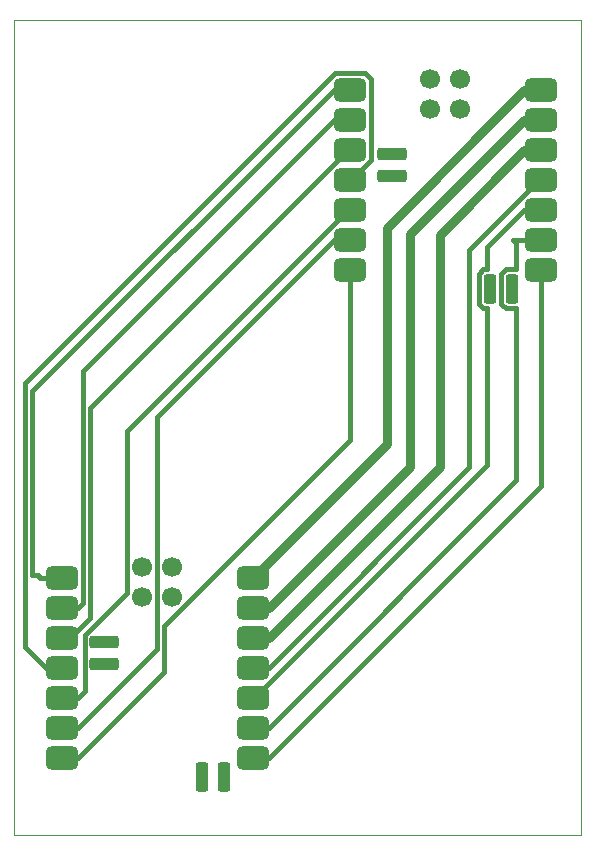
<source format=gbr>
%TF.GenerationSoftware,KiCad,Pcbnew,9.0.2*%
%TF.CreationDate,2025-07-01T00:08:40-05:00*%
%TF.ProjectId,MagMesh,4d61674d-6573-4682-9e6b-696361645f70,rev?*%
%TF.SameCoordinates,Original*%
%TF.FileFunction,Copper,L1,Top*%
%TF.FilePolarity,Positive*%
%FSLAX46Y46*%
G04 Gerber Fmt 4.6, Leading zero omitted, Abs format (unit mm)*
G04 Created by KiCad (PCBNEW 9.0.2) date 2025-07-01 00:08:40*
%MOMM*%
%LPD*%
G01*
G04 APERTURE LIST*
G04 Aperture macros list*
%AMRoundRect*
0 Rectangle with rounded corners*
0 $1 Rounding radius*
0 $2 $3 $4 $5 $6 $7 $8 $9 X,Y pos of 4 corners*
0 Add a 4 corners polygon primitive as box body*
4,1,4,$2,$3,$4,$5,$6,$7,$8,$9,$2,$3,0*
0 Add four circle primitives for the rounded corners*
1,1,$1+$1,$2,$3*
1,1,$1+$1,$4,$5*
1,1,$1+$1,$6,$7*
1,1,$1+$1,$8,$9*
0 Add four rect primitives between the rounded corners*
20,1,$1+$1,$2,$3,$4,$5,0*
20,1,$1+$1,$4,$5,$6,$7,0*
20,1,$1+$1,$6,$7,$8,$9,0*
20,1,$1+$1,$8,$9,$2,$3,0*%
G04 Aperture macros list end*
%TA.AperFunction,SMDPad,CuDef*%
%ADD10RoundRect,0.500000X-0.875000X-0.500000X0.875000X-0.500000X0.875000X0.500000X-0.875000X0.500000X0*%
%TD*%
%TA.AperFunction,SMDPad,CuDef*%
%ADD11RoundRect,0.275000X0.975000X0.275000X-0.975000X0.275000X-0.975000X-0.275000X0.975000X-0.275000X0*%
%TD*%
%TA.AperFunction,SMDPad,CuDef*%
%ADD12RoundRect,0.275000X-0.275000X0.975000X-0.275000X-0.975000X0.275000X-0.975000X0.275000X0.975000X0*%
%TD*%
%TA.AperFunction,SMDPad,CuDef*%
%ADD13C,1.700000*%
%TD*%
%TA.AperFunction,Conductor*%
%ADD14C,0.400000*%
%TD*%
%TA.AperFunction,Conductor*%
%ADD15C,0.800000*%
%TD*%
%TA.AperFunction,Profile*%
%ADD16C,0.050000*%
%TD*%
G04 APERTURE END LIST*
D10*
%TO.P,U1,1,P0.02_AIN0_LOW_A0_D0*%
%TO.N,/D0*%
X182890000Y-73880000D03*
%TO.P,U1,2,P0.03_AIN1_LOW_A1_D1*%
%TO.N,/DIO1*%
X182890000Y-76420000D03*
%TO.P,U1,3,P0.28_AIN4_LOW_A2_D2*%
%TO.N,/RST*%
X182890000Y-78960000D03*
%TO.P,U1,4,P0.29_AIN5_LOW_A3_D3*%
%TO.N,/BUSY*%
X182890000Y-81500000D03*
%TO.P,U1,5,P0.04_AIN2_A4_D4*%
%TO.N,/NSS*%
X182890000Y-84040000D03*
%TO.P,U1,6,P0.05_AIN3_A5_D5*%
%TO.N,/RF_SW*%
X182890000Y-86580000D03*
%TO.P,U1,7,P1.11_TX_D6*%
%TO.N,/TX*%
X182890000Y-89120000D03*
%TO.P,U1,8,P1.12_RX_D7*%
%TO.N,/RX*%
X199055000Y-89120000D03*
%TO.P,U1,9,P1.13_SCK_D8*%
%TO.N,/SPI_SCK_LINE*%
X199055000Y-86580000D03*
%TO.P,U1,10,P1.14_MISO_D9*%
%TO.N,/SPI_MISO_LINE*%
X199055000Y-84040000D03*
%TO.P,U1,11,P1.15_MOSI_D10*%
%TO.N,/SPI_MOSI_LINE*%
X199055000Y-81500000D03*
%TO.P,U1,12,3V3*%
%TO.N,+3V3*%
X199055000Y-78960000D03*
%TO.P,U1,13,GND*%
%TO.N,GND*%
X199055000Y-76420000D03*
%TO.P,U1,14,VBUS*%
%TO.N,+5V*%
X199055000Y-73880000D03*
D11*
%TO.P,U1,15*%
%TO.N,N/C*%
X186500000Y-81186500D03*
%TO.P,U1,16*%
X186500000Y-79281500D03*
D12*
%TO.P,U1,17*%
X194755000Y-90736900D03*
%TO.P,U1,18*%
X196660000Y-90736900D03*
D13*
%TO.P,U1,19*%
X189675000Y-72931500D03*
%TO.P,U1,20*%
X192215000Y-72931500D03*
%TO.P,U1,21*%
X189675000Y-75471500D03*
%TO.P,U1,22*%
X192215000Y-75471500D03*
%TD*%
%TO.P,U2,22*%
%TO.N,N/C*%
X167829500Y-116783300D03*
%TO.P,U2,21*%
X165289500Y-116783300D03*
%TO.P,U2,20*%
X167829500Y-114243300D03*
%TO.P,U2,19*%
X165289500Y-114243300D03*
D12*
%TO.P,U2,18*%
X172274500Y-132048700D03*
%TO.P,U2,17*%
X170369500Y-132048700D03*
D11*
%TO.P,U2,16*%
X162114500Y-120593300D03*
%TO.P,U2,15*%
X162114500Y-122498300D03*
D10*
%TO.P,U2,14,VBUS*%
%TO.N,+5V*%
X174669500Y-115191800D03*
%TO.P,U2,13,GND*%
%TO.N,GND*%
X174669500Y-117731800D03*
%TO.P,U2,12,3V3*%
%TO.N,+3V3*%
X174669500Y-120271800D03*
%TO.P,U2,11,P1.15_MOSI_D10*%
%TO.N,/SPI_MOSI_LINE*%
X174669500Y-122811800D03*
%TO.P,U2,10,P1.14_MISO_D9*%
%TO.N,/SPI_MISO_LINE*%
X174669500Y-125351800D03*
%TO.P,U2,9,P1.13_SCK_D8*%
%TO.N,/SPI_SCK_LINE*%
X174669500Y-127891800D03*
%TO.P,U2,8,P1.12_RX_D7*%
%TO.N,/RX*%
X174669500Y-130431800D03*
%TO.P,U2,7,P1.11_TX_D6*%
%TO.N,/TX*%
X158504500Y-130431800D03*
%TO.P,U2,6,P0.05_AIN3_A5_D5*%
%TO.N,/RF_SW*%
X158504500Y-127891800D03*
%TO.P,U2,5,P0.04_AIN2_A4_D4*%
%TO.N,/NSS*%
X158504500Y-125351800D03*
%TO.P,U2,4,P0.29_AIN5_LOW_A3_D3*%
%TO.N,/BUSY*%
X158504500Y-122811800D03*
%TO.P,U2,3,P0.28_AIN4_LOW_A2_D2*%
%TO.N,/RST*%
X158504500Y-120271800D03*
%TO.P,U2,2,P0.03_AIN1_LOW_A1_D1*%
%TO.N,/DIO1*%
X158504500Y-117731800D03*
%TO.P,U2,1,P0.02_AIN0_LOW_A0_D0*%
%TO.N,/D0*%
X158504500Y-115191800D03*
%TD*%
D14*
%TO.N,/BUSY*%
X157129500Y-122811800D02*
X158504500Y-122811800D01*
X155399000Y-121081300D02*
X157129500Y-122811800D01*
X155399000Y-98714522D02*
X155399000Y-121081300D01*
X181634522Y-72479000D02*
X155399000Y-98714522D01*
X184145478Y-72479000D02*
X181634522Y-72479000D01*
X184666000Y-72999522D02*
X184145478Y-72479000D01*
X184666000Y-79840478D02*
X184666000Y-72999522D01*
X183006478Y-81500000D02*
X184666000Y-79840478D01*
X182890000Y-81500000D02*
X183006478Y-81500000D01*
D15*
%TO.N,+5V*%
X197680000Y-73880000D02*
X186000000Y-85560000D01*
X186000000Y-103861300D02*
X174669500Y-115191800D01*
X199055000Y-73880000D02*
X197680000Y-73880000D01*
X186000000Y-85560000D02*
X186000000Y-103861300D01*
%TO.N,GND*%
X176044500Y-117731800D02*
X174669500Y-117731800D01*
X188000000Y-86100000D02*
X188000000Y-105776300D01*
X197680000Y-76420000D02*
X188000000Y-86100000D01*
X188000000Y-105776300D02*
X176044500Y-117731800D01*
X199055000Y-76420000D02*
X197680000Y-76420000D01*
%TO.N,+3V3*%
X176044500Y-120271800D02*
X174669500Y-120271800D01*
X190500000Y-105816300D02*
X176044500Y-120271800D01*
X190500000Y-86140000D02*
X190500000Y-105816300D01*
X197680000Y-78960000D02*
X190500000Y-86140000D01*
X199055000Y-78960000D02*
X197680000Y-78960000D01*
D14*
%TO.N,/SPI_MOSI_LINE*%
X193000000Y-105856300D02*
X176044500Y-122811800D01*
X193000000Y-87438522D02*
X193000000Y-105856300D01*
X198938522Y-81500000D02*
X193000000Y-87438522D01*
X176044500Y-122811800D02*
X174669500Y-122811800D01*
X199055000Y-81500000D02*
X198938522Y-81500000D01*
%TO.N,/SPI_MISO_LINE*%
X174785978Y-125351800D02*
X174669500Y-125351800D01*
X194500000Y-105637778D02*
X174785978Y-125351800D01*
X194500000Y-92387900D02*
X194500000Y-105637778D01*
X194192372Y-92387900D02*
X194500000Y-92387900D01*
X193804000Y-91999528D02*
X194192372Y-92387900D01*
X194192372Y-89085900D02*
X193804000Y-89474272D01*
X194500000Y-89085900D02*
X194192372Y-89085900D01*
X193804000Y-89474272D02*
X193804000Y-91999528D01*
X194500000Y-87220000D02*
X194500000Y-89085900D01*
X197680000Y-84040000D02*
X194500000Y-87220000D01*
X199055000Y-84040000D02*
X197680000Y-84040000D01*
%TO.N,/SPI_SCK_LINE*%
X176044500Y-127891800D02*
X174669500Y-127891800D01*
X197000000Y-106936300D02*
X176044500Y-127891800D01*
X197000000Y-92387900D02*
X197000000Y-106936300D01*
X196097372Y-92387900D02*
X197000000Y-92387900D01*
X195709000Y-89474272D02*
X195709000Y-91999528D01*
X197000000Y-89085900D02*
X196097372Y-89085900D01*
X197000000Y-86881728D02*
X197000000Y-89085900D01*
X196698272Y-86580000D02*
X197000000Y-86881728D01*
X195709000Y-91999528D02*
X196097372Y-92387900D01*
X199055000Y-86580000D02*
X196698272Y-86580000D01*
X196097372Y-89085900D02*
X195709000Y-89474272D01*
%TO.N,/RX*%
X176044500Y-130431800D02*
X174669500Y-130431800D01*
X199055000Y-107421300D02*
X176044500Y-130431800D01*
X199055000Y-89120000D02*
X199055000Y-107421300D01*
%TO.N,/TX*%
X159879500Y-130431800D02*
X158504500Y-130431800D01*
X167141500Y-119240482D02*
X167141500Y-123169800D01*
X182890000Y-103491982D02*
X167141500Y-119240482D01*
X182890000Y-89120000D02*
X182890000Y-103491982D01*
X167141500Y-123169800D02*
X159879500Y-130431800D01*
%TO.N,/RF_SW*%
X166540500Y-121230800D02*
X159879500Y-127891800D01*
X166540500Y-101554500D02*
X166540500Y-121230800D01*
X181515000Y-86580000D02*
X166540500Y-101554500D01*
X159879500Y-127891800D02*
X158504500Y-127891800D01*
X182890000Y-86580000D02*
X181515000Y-86580000D01*
%TO.N,/NSS*%
X160463500Y-124767800D02*
X159879500Y-125351800D01*
X160463500Y-120030672D02*
X160463500Y-124767800D01*
X164038500Y-102775022D02*
X164038500Y-116455672D01*
X159879500Y-125351800D02*
X158504500Y-125351800D01*
X182773522Y-84040000D02*
X164038500Y-102775022D01*
X182890000Y-84040000D02*
X182773522Y-84040000D01*
X164038500Y-116455672D02*
X160463500Y-120030672D01*
%TO.N,/RST*%
X159228200Y-120271800D02*
X158504500Y-120271800D01*
X160881500Y-118618500D02*
X159228200Y-120271800D01*
X182773522Y-78960000D02*
X160881500Y-100852022D01*
X160881500Y-100852022D02*
X160881500Y-118618500D01*
X182890000Y-78960000D02*
X182773522Y-78960000D01*
%TO.N,/DIO1*%
X159879500Y-117731800D02*
X158504500Y-117731800D01*
X160280500Y-117330800D02*
X159879500Y-117731800D01*
X160280500Y-97654500D02*
X160280500Y-117330800D01*
X181515000Y-76420000D02*
X160280500Y-97654500D01*
X182890000Y-76420000D02*
X181515000Y-76420000D01*
%TO.N,/D0*%
X156691800Y-115191800D02*
X158504500Y-115191800D01*
X156000000Y-115000000D02*
X156500000Y-115000000D01*
X156000000Y-99395000D02*
X156000000Y-115000000D01*
X181515000Y-73880000D02*
X156000000Y-99395000D01*
X156500000Y-115000000D02*
X156691800Y-115191800D01*
X182890000Y-73880000D02*
X181515000Y-73880000D01*
%TD*%
D16*
X154500000Y-68000000D02*
X202500000Y-68000000D01*
X202500000Y-137000000D01*
X154500000Y-137000000D01*
X154500000Y-68000000D01*
M02*

</source>
